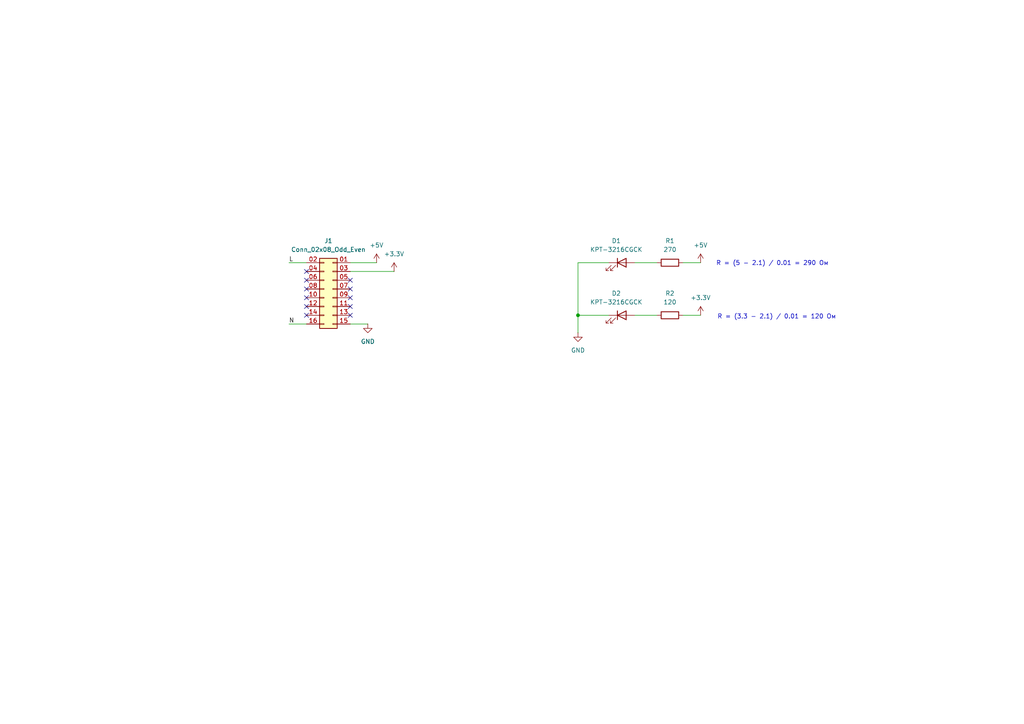
<source format=kicad_sch>
(kicad_sch (version 20231120) (generator "eeschema") (generator_version "8.0")
  (paper "A4")
  (lib_symbols
    (symbol "NextPCB:Conn_02x08_pin" (pin_names (offset 1.016) hide)
      (property "Reference" "J" (at 1.27 10.16 0))
      (property "Value" "Conn_02x08_Odd_Even" (at 1.27 -12.7 0))
      (symbol "Conn_02x08_pin_1_1"
        (rectangle (start -1.27 -10.033) (end 0 -10.287) (stroke (width 0.1524)))
        (rectangle (start -1.27 -7.493) (end 0 -7.747) (stroke (width 0.1524)))
        (rectangle (start -1.27 -4.953) (end 0 -5.207) (stroke (width 0.1524)))
        (rectangle (start -1.27 -2.413) (end 0 -2.667) (stroke (width 0.1524)))
        (rectangle (start -1.27 0.127) (end 0 -0.127) (stroke (width 0.1524)))
        (rectangle (start -1.27 2.667) (end 0 2.413) (stroke (width 0.1524)))
        (rectangle (start -1.27 5.207) (end 0 4.953) (stroke (width 0.1524)))
        (rectangle (start -1.27 7.747) (end 0 7.493) (stroke (width 0.1524)))
        (rectangle (start -1.27 8.89) (end 3.81 -11.43) (stroke (width 0.254)) (fill (type background)))
        (rectangle (start 3.81 -10.033) (end 2.54 -10.287) (stroke (width 0.1524)))
        (rectangle (start 3.81 -7.493) (end 2.54 -7.747) (stroke (width 0.1524)))
        (rectangle (start 3.81 -4.953) (end 2.54 -5.207) (stroke (width 0.1524)))
        (rectangle (start 3.81 -2.413) (end 2.54 -2.667) (stroke (width 0.1524)))
        (rectangle (start 3.81 0.127) (end 2.54 -0.127) (stroke (width 0.1524)))
        (rectangle (start 3.81 2.667) (end 2.54 2.413) (stroke (width 0.1524)))
        (rectangle (start 3.81 5.207) (end 2.54 4.953) (stroke (width 0.1524)))
        (rectangle (start 3.81 7.747) (end 2.54 7.493) (stroke (width 0.1524)))
        (pin passive line (at -5.08 7.62 0) (length 3.81) (name "Pin_1") (number "01"))
        (pin passive line (at 7.62 7.62 180) (length 3.81) (name "Pin_2") (number "02"))
        (pin passive line (at -5.08 5.08 0) (length 3.81) (name "Pin_3") (number "03"))
        (pin passive line (at 7.62 5.08 180) (length 3.81) (name "Pin_4") (number "04"))
        (pin passive line (at -5.08 2.54 0) (length 3.81) (name "Pin_5") (number "05"))
        (pin passive line (at 7.62 2.54 180) (length 3.81) (name "Pin_6") (number "06"))
        (pin passive line (at -5.08 0 0) (length 3.81) (name "Pin_7") (number "07"))
        (pin passive line (at 7.62 0 180) (length 3.81) (name "Pin_8") (number "08"))
        (pin passive line (at -5.08 -2.54 0) (length 3.81) (name "Pin_9") (number "09"))
        (pin passive line (at 7.62 -2.54 180) (length 3.81) (name "Pin_10") (number "10"))
        (pin passive line (at -5.08 -5.08 0) (length 3.81) (name "Pin_11") (number "11"))
        (pin passive line (at 7.62 -5.08 180) (length 3.81) (name "Pin_12") (number "12"))
        (pin passive line (at -5.08 -7.62 0) (length 3.81) (name "Pin_13") (number "13"))
        (pin passive line (at 7.62 -7.62 180) (length 3.81) (name "Pin_14") (number "14"))
        (pin passive line (at -5.08 -10.16 0) (length 3.81) (name "Pin_15") (number "15"))
        (pin passive line (at 7.62 -10.16 180) (length 3.81) (name "Pin_16") (number "16"))
      )
    )
    (symbol "NextPCB:Kingbright_KPT-3216CGCK" (pin_numbers hide) (pin_names (offset 1.016) hide)
      (property "Reference" "D" (at 0 2.54 0))
      (property "Value" "KPT-3216CGCK" (at 0 -2.54 0))
      (symbol "Kingbright_KPT-3216CGCK_0_1"
        (polyline (pts (xy -1.27 -1.27) (xy -1.27 1.27)) (stroke (width 0.254)))
        (polyline (pts (xy -1.27 0) (xy 1.27 0)))
        (polyline (pts (xy 1.27 -1.27) (xy 1.27 1.27) (xy -1.27 0) (xy 1.27 -1.27)) (stroke (width 0.254)))
        (polyline (pts (xy -3.048 -0.762) (xy -4.572 -2.286) (xy -3.81 -2.286) (xy -4.572 -2.286) (xy -4.572 -1.524)))
        (polyline (pts (xy -1.778 -0.762) (xy -3.302 -2.286) (xy -2.54 -2.286) (xy -3.302 -2.286) (xy -3.302 -1.524)))
      )
      (symbol "Kingbright_KPT-3216CGCK_1_1"
        (pin passive line (at -3.81 0 0) (length 2.54) (name "K") (number "1"))
        (pin passive line (at 3.81 0 180) (length 2.54) (name "A") (number "2"))
      )
    )
    (symbol "NextPCB:R_120_0.25W" (pin_numbers hide) (pin_names (offset 0))
      (property "Reference" "R" (at 2.032 0 90))
      (property "Value" "120" (at 0 0 90))
      (symbol "R_120_0.25W_0_1"
        (rectangle (start -1.016 -2.54) (end 1.016 2.54) (stroke (width 0.254)))
      )
      (symbol "R_120_0.25W_1_1"
        (pin passive line (at 0 3.81 270) (length 1.27) (name "~") (number "1"))
        (pin passive line (at 0 -3.81 90) (length 1.27) (name "~") (number "2"))
      )
    )
    (symbol "NextPCB:R_270_0.25W" (pin_numbers hide) (pin_names (offset 0))
      (property "Reference" "R" (at 2.032 0 90))
      (property "Value" "270" (at 0 0 90))
      (symbol "R_270_0.25W_0_1"
        (rectangle (start -1.016 -2.54) (end 1.016 2.54) (stroke (width 0.254)))
      )
      (symbol "R_270_0.25W_1_1"
        (pin passive line (at 0 3.81 270) (length 1.27) (name "~") (number "1"))
        (pin passive line (at 0 -3.81 90) (length 1.27) (name "~") (number "2"))
      )
    )
    (symbol "power:+3.3V" (power) (pin_numbers hide) (pin_names (offset 0) hide)
      (property "Value" "+3.3V" (at 0 3.556 0))
      (symbol "+3.3V_0_1"
        (polyline (pts (xy -0.762 1.27) (xy 0 2.54)))
        (polyline (pts (xy 0 0) (xy 0 2.54)))
        (polyline (pts (xy 0 2.54) (xy 0.762 1.27)))
      )
      (symbol "+3.3V_1_1"
        (pin power_in line (at 0 0 90) (length 0) (name "~") (number "1"))
      )
    )
    (symbol "power:+5V" (power) (pin_numbers hide) (pin_names (offset 0) hide)
      (property "Value" "+5V" (at 0 3.556 0))
      (symbol "+5V_0_1"
        (polyline (pts (xy -0.762 1.27) (xy 0 2.54)))
        (polyline (pts (xy 0 0) (xy 0 2.54)))
        (polyline (pts (xy 0 2.54) (xy 0.762 1.27)))
      )
      (symbol "+5V_1_1"
        (pin power_in line (at 0 0 90) (length 0) (name "~") (number "1"))
      )
    )
    (symbol "power:GND" (power) (pin_numbers hide) (pin_names (offset 0) hide)
      (property "Value" "GND" (at 0 -3.81 0))
      (symbol "GND_0_1"
        (polyline (pts (xy 0 0) (xy 0 -1.27) (xy 1.27 -1.27) (xy 0 -2.54) (xy -1.27 -1.27) (xy 0 -1.27)))
      )
      (symbol "GND_1_1"
        (pin power_in line (at 0 0 270) (length 0) (name "~") (number "1"))
      )
    )
  )
  (junction (at 167.64 91.44))
  (no_connect (at 88.9 78.74))
  (no_connect (at 88.9 86.36))
  (no_connect (at 101.6 81.28))
  (no_connect (at 101.6 91.44))
  (no_connect (at 88.9 83.82))
  (no_connect (at 88.9 81.28))
  (no_connect (at 88.9 88.9))
  (no_connect (at 101.6 88.9))
  (no_connect (at 101.6 83.82))
  (no_connect (at 101.6 86.36))
  (no_connect (at 88.9 91.44))
  (wire (pts (xy 101.6 76.2) (xy 109.22 76.2)))
  (wire (pts (xy 167.64 76.2) (xy 167.64 91.44)))
  (wire (pts (xy 184.15 76.2) (xy 190.5 76.2)))
  (wire (pts (xy 184.15 91.44) (xy 190.5 91.44)))
  (wire (pts (xy 176.53 76.2) (xy 167.64 76.2)))
  (wire (pts (xy 167.64 91.44) (xy 176.53 91.44)))
  (wire (pts (xy 167.64 91.44) (xy 167.64 96.52)))
  (wire (pts (xy 101.6 78.74) (xy 114.3 78.74)))
  (wire (pts (xy 83.82 93.98) (xy 88.9 93.98)))
  (wire (pts (xy 198.12 76.2) (xy 203.2 76.2)))
  (wire (pts (xy 101.6 93.98) (xy 106.68 93.98)))
  (wire (pts (xy 83.82 76.2) (xy 88.9 76.2)))
  (wire (pts (xy 198.12 91.44) (xy 203.2 91.44)))
  (text "R = (5 - 2.1) / 0.01 = 290 Ом" (at 224.028 76.454 0) (effects (font (size 1.27 1.27))))
  (text "R = (3.3 - 2.1) / 0.01 = 120 Ом" (at 225.298 91.948 0) (effects (font (size 1.27 1.27))))
  (label "N" (at 83.82 93.98 0))
  (label "L" (at 83.82 76.2 0))
  (symbol (lib_id "power:GND") (at 106.68 93.98 0) (unit 1)
    (property "Reference" "#PWR06" (effects (hide yes)))
    (property "Value" "GND" (at 106.68 99.06 0))
    (property "Description" "Power symbol creates a global label with name \"GND\" , ground" (effects (hide yes)))
  )
  (symbol (lib_id "NextPCB:R_120_0.25W") (at 194.31 91.44 90) (unit 1)
    (property "Reference" "R2" (at 194.31 85.09 90))
    (property "Value" "120" (at 194.31 87.63 90))
    (property "Footprint" "Resistor_SMD:R_1206_3216Metric_Pad1.30x1.75mm_HandSolder" (effects (hide yes)))
    (property "Datasheet" "https://file.elecfans.com/web1/M00/61/0C/o4YBAFt-dwWACUP4AAh1Wgzv73Y460.pdf" (effects (hide yes)))
    (property "Description" "Resistor" (effects (hide yes)))
    (property "NextPCB_price" "0.00171" (effects (hide yes)))
    (property "NextPCB_url" "https://www.hqonline.com/product-detail/chip-resistors-uniohm-1206w4f1200t5e-2500227300" (effects (hide yes)))
  )
  (symbol (lib_id "NextPCB:Kingbright_KPT-3216CGCK") (at 180.34 91.44 0) (unit 1)
    (property "Reference" "D2" (at 178.7525 85.09 0))
    (property "Value" "KPT-3216CGCK" (at 178.7525 87.63 0))
    (property "Footprint" "NextPCB:Kingbright_KPT-3216CGCK" (effects (hide yes)))
    (property "Datasheet" "https://www.kingbright.com/attachments/file/psearch/000/00/00/KPT-3216CGCK(Ver.20B).pdf" (effects (hide yes)))
    (property "Description" "Light emitting diode" (effects (hide yes)))
    (property "Manufacturer" "Kingbright" (effects (hide yes)))
    (property "NextPCB_price" "0.15788" (effects (hide yes)))
    (property "NextPCB_url" "https://www.hqonline.com/product-detail/kingbright-kpt-3216cgck-1028061232" (effects (hide yes)))
  )
  (symbol (lib_id "power:GND") (at 167.64 96.52 0) (unit 1)
    (property "Reference" "#PWR02" (effects (hide yes)))
    (property "Value" "GND" (at 167.64 101.6 0))
    (property "Description" "Power symbol creates a global label with name \"GND\" , ground" (effects (hide yes)))
  )
  (symbol (lib_id "power:+3.3V") (at 203.2 91.44 0) (unit 1)
    (property "Reference" "#PWR03" (effects (hide yes)))
    (property "Value" "+3.3V" (at 203.2 86.36 0))
    (property "Description" "Power symbol creates a global label with name \"+3.3V\"" (effects (hide yes)))
  )
  (symbol (lib_id "NextPCB:Conn_02x08_pin") (at 96.52 83.82 0) (mirror y) (unit 1)
    (property "Reference" "J1" (at 95.25 69.85 0))
    (property "Value" "Conn_02x08_Odd_Even" (at 95.25 72.39 0))
    (property "Footprint" "NextPCB:Conn_02x08_pin" (effects (hide yes)))
    (property "Description" "Generic connector, double row, 02x08, odd/even pin numbering scheme (row 1 odd numbers, row 2 even numbers), script generated (kicad-library-utils/schlib/autogen/connector/)" (effects (hide yes)))
    (property "NextPCB_price" "0.09571" (effects (hide yes)))
    (property "NextPCB_url" "https://www.hqonline.com/product-detail/pin-headers-hctl-pz254-2-08-s-2500386589" (effects (hide yes)))
  )
  (symbol (lib_id "power:+5V") (at 203.2 76.2 0) (unit 1)
    (property "Reference" "#PWR01" (effects (hide yes)))
    (property "Value" "+5V" (at 203.2 71.12 0))
    (property "Description" "Power symbol creates a global label with name \"+5V\"" (effects (hide yes)))
  )
  (symbol (lib_id "power:+5V") (at 109.22 76.2 0) (unit 1)
    (property "Reference" "#PWR04" (effects (hide yes)))
    (property "Value" "+5V" (at 109.22 71.12 0))
    (property "Description" "Power symbol creates a global label with name \"+5V\"" (effects (hide yes)))
  )
  (symbol (lib_id "NextPCB:Kingbright_KPT-3216CGCK") (at 180.34 76.2 0) (unit 1)
    (property "Reference" "D1" (at 178.7525 69.85 0))
    (property "Value" "KPT-3216CGCK" (at 178.7525 72.39 0))
    (property "Footprint" "NextPCB:Kingbright_KPT-3216CGCK" (effects (hide yes)))
    (property "Datasheet" "https://www.kingbright.com/attachments/file/psearch/000/00/00/KPT-3216CGCK(Ver.20B).pdf" (effects (hide yes)))
    (property "Description" "Light emitting diode" (effects (hide yes)))
    (property "Manufacturer" "Kingbright" (effects (hide yes)))
    (property "NextPCB_price" "0.15788" (effects (hide yes)))
    (property "NextPCB_url" "https://www.hqonline.com/product-detail/kingbright-kpt-3216cgck-1028061232" (effects (hide yes)))
  )
  (symbol (lib_id "power:+3.3V") (at 114.3 78.74 0) (unit 1)
    (property "Reference" "#PWR05" (effects (hide yes)))
    (property "Value" "+3.3V" (at 114.3 73.66 0))
    (property "Description" "Power symbol creates a global label with name \"+3.3V\"" (effects (hide yes)))
  )
  (symbol (lib_id "NextPCB:R_270_0.25W") (at 194.31 76.2 90) (unit 1)
    (property "Reference" "R1" (at 194.31 69.85 90))
    (property "Value" "270" (at 194.31 72.39 90))
    (property "Footprint" "Resistor_SMD:R_1206_3216Metric_Pad1.30x1.75mm_HandSolder" (effects (hide yes)))
    (property "Datasheet" "https://www.hqonline.com/product-detail/chip-resistors-fojan-frc2512f1101ts-2500371841" (effects (hide yes)))
    (property "Description" "Resistor" (effects (hide yes)))
    (property "NextPCB_price" "0.00289" (effects (hide yes)))
    (property "NextPCB_url" "https://www.hqonline.com/product-detail/chip-resistors-ralec-rtt062700ftp-2500346938" (effects (hide yes)))
  )
)
</source>
